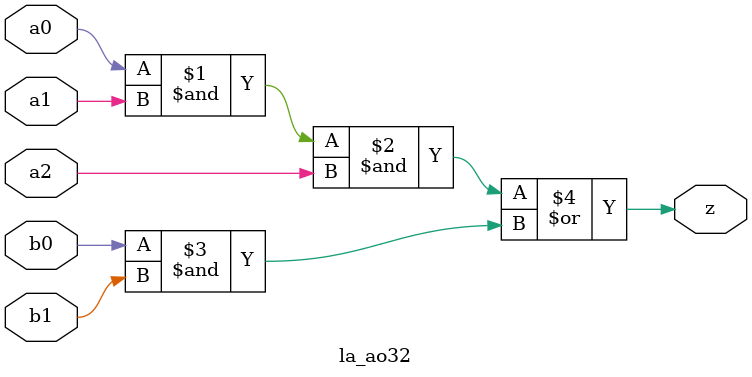
<source format=v>
module la_ao32(	// file.cleaned.mlir:2:3
  input  a0,	// file.cleaned.mlir:2:25
         a1,	// file.cleaned.mlir:2:38
         a2,	// file.cleaned.mlir:2:51
         b0,	// file.cleaned.mlir:2:64
         b1,	// file.cleaned.mlir:2:77
  output z	// file.cleaned.mlir:2:91
);

  assign z = a0 & a1 & a2 | b0 & b1;	// file.cleaned.mlir:3:10, :4:10, :5:10, :6:5
endmodule


</source>
